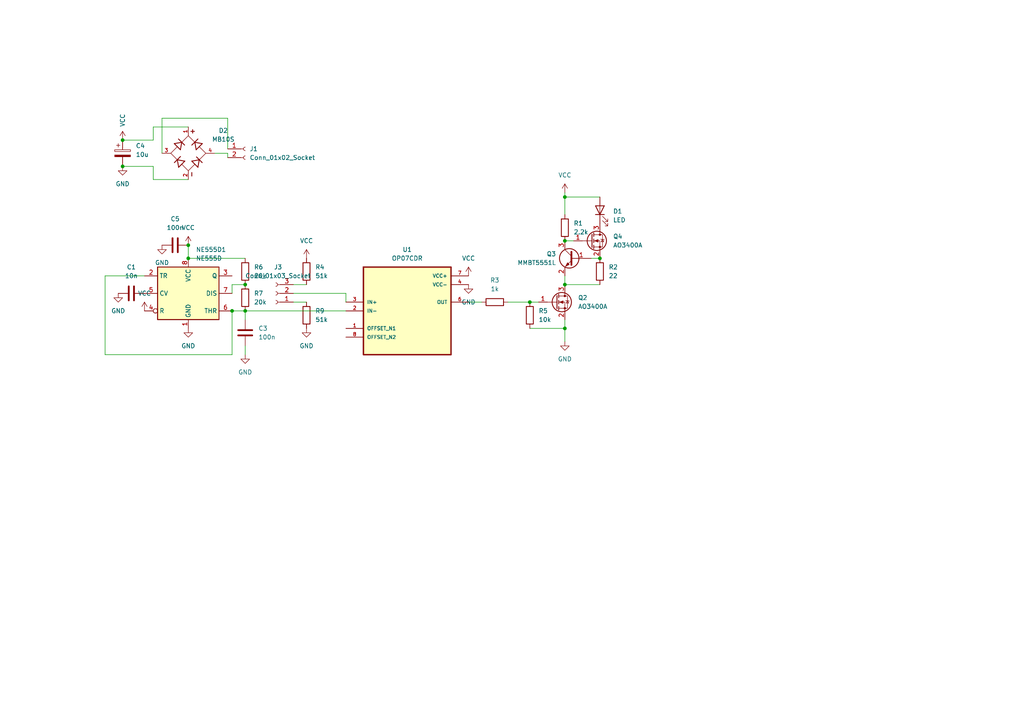
<source format=kicad_sch>
(kicad_sch (version 20230121) (generator eeschema)

  (uuid e6daf8f9-e8c7-4fc2-8e67-1d6b7683b0bc)

  (paper "A4")

  (lib_symbols
    (symbol "Connector:Conn_01x02_Socket" (pin_names (offset 1.016) hide) (in_bom yes) (on_board yes)
      (property "Reference" "J" (at 0 2.54 0)
        (effects (font (size 1.27 1.27)))
      )
      (property "Value" "Conn_01x02_Socket" (at 0 -5.08 0)
        (effects (font (size 1.27 1.27)))
      )
      (property "Footprint" "" (at 0 0 0)
        (effects (font (size 1.27 1.27)) hide)
      )
      (property "Datasheet" "~" (at 0 0 0)
        (effects (font (size 1.27 1.27)) hide)
      )
      (property "ki_locked" "" (at 0 0 0)
        (effects (font (size 1.27 1.27)))
      )
      (property "ki_keywords" "connector" (at 0 0 0)
        (effects (font (size 1.27 1.27)) hide)
      )
      (property "ki_description" "Generic connector, single row, 01x02, script generated" (at 0 0 0)
        (effects (font (size 1.27 1.27)) hide)
      )
      (property "ki_fp_filters" "Connector*:*_1x??_*" (at 0 0 0)
        (effects (font (size 1.27 1.27)) hide)
      )
      (symbol "Conn_01x02_Socket_1_1"
        (arc (start 0 -2.032) (mid -0.5058 -2.54) (end 0 -3.048)
          (stroke (width 0.1524) (type default))
          (fill (type none))
        )
        (polyline
          (pts
            (xy -1.27 -2.54)
            (xy -0.508 -2.54)
          )
          (stroke (width 0.1524) (type default))
          (fill (type none))
        )
        (polyline
          (pts
            (xy -1.27 0)
            (xy -0.508 0)
          )
          (stroke (width 0.1524) (type default))
          (fill (type none))
        )
        (arc (start 0 0.508) (mid -0.5058 0) (end 0 -0.508)
          (stroke (width 0.1524) (type default))
          (fill (type none))
        )
        (pin passive line (at -5.08 0 0) (length 3.81)
          (name "Pin_1" (effects (font (size 1.27 1.27))))
          (number "1" (effects (font (size 1.27 1.27))))
        )
        (pin passive line (at -5.08 -2.54 0) (length 3.81)
          (name "Pin_2" (effects (font (size 1.27 1.27))))
          (number "2" (effects (font (size 1.27 1.27))))
        )
      )
    )
    (symbol "Connector:Conn_01x03_Socket" (pin_names (offset 1.016) hide) (in_bom yes) (on_board yes)
      (property "Reference" "J" (at 0 5.08 0)
        (effects (font (size 1.27 1.27)))
      )
      (property "Value" "Conn_01x03_Socket" (at 0 -5.08 0)
        (effects (font (size 1.27 1.27)))
      )
      (property "Footprint" "" (at 0 0 0)
        (effects (font (size 1.27 1.27)) hide)
      )
      (property "Datasheet" "~" (at 0 0 0)
        (effects (font (size 1.27 1.27)) hide)
      )
      (property "ki_locked" "" (at 0 0 0)
        (effects (font (size 1.27 1.27)))
      )
      (property "ki_keywords" "connector" (at 0 0 0)
        (effects (font (size 1.27 1.27)) hide)
      )
      (property "ki_description" "Generic connector, single row, 01x03, script generated" (at 0 0 0)
        (effects (font (size 1.27 1.27)) hide)
      )
      (property "ki_fp_filters" "Connector*:*_1x??_*" (at 0 0 0)
        (effects (font (size 1.27 1.27)) hide)
      )
      (symbol "Conn_01x03_Socket_1_1"
        (arc (start 0 -2.032) (mid -0.5058 -2.54) (end 0 -3.048)
          (stroke (width 0.1524) (type default))
          (fill (type none))
        )
        (polyline
          (pts
            (xy -1.27 -2.54)
            (xy -0.508 -2.54)
          )
          (stroke (width 0.1524) (type default))
          (fill (type none))
        )
        (polyline
          (pts
            (xy -1.27 0)
            (xy -0.508 0)
          )
          (stroke (width 0.1524) (type default))
          (fill (type none))
        )
        (polyline
          (pts
            (xy -1.27 2.54)
            (xy -0.508 2.54)
          )
          (stroke (width 0.1524) (type default))
          (fill (type none))
        )
        (arc (start 0 0.508) (mid -0.5058 0) (end 0 -0.508)
          (stroke (width 0.1524) (type default))
          (fill (type none))
        )
        (arc (start 0 3.048) (mid -0.5058 2.54) (end 0 2.032)
          (stroke (width 0.1524) (type default))
          (fill (type none))
        )
        (pin passive line (at -5.08 2.54 0) (length 3.81)
          (name "Pin_1" (effects (font (size 1.27 1.27))))
          (number "1" (effects (font (size 1.27 1.27))))
        )
        (pin passive line (at -5.08 0 0) (length 3.81)
          (name "Pin_2" (effects (font (size 1.27 1.27))))
          (number "2" (effects (font (size 1.27 1.27))))
        )
        (pin passive line (at -5.08 -2.54 0) (length 3.81)
          (name "Pin_3" (effects (font (size 1.27 1.27))))
          (number "3" (effects (font (size 1.27 1.27))))
        )
      )
    )
    (symbol "Device:C" (pin_numbers hide) (pin_names (offset 0.254)) (in_bom yes) (on_board yes)
      (property "Reference" "C" (at 0.635 2.54 0)
        (effects (font (size 1.27 1.27)) (justify left))
      )
      (property "Value" "C" (at 0.635 -2.54 0)
        (effects (font (size 1.27 1.27)) (justify left))
      )
      (property "Footprint" "" (at 0.9652 -3.81 0)
        (effects (font (size 1.27 1.27)) hide)
      )
      (property "Datasheet" "~" (at 0 0 0)
        (effects (font (size 1.27 1.27)) hide)
      )
      (property "ki_keywords" "cap capacitor" (at 0 0 0)
        (effects (font (size 1.27 1.27)) hide)
      )
      (property "ki_description" "Unpolarized capacitor" (at 0 0 0)
        (effects (font (size 1.27 1.27)) hide)
      )
      (property "ki_fp_filters" "C_*" (at 0 0 0)
        (effects (font (size 1.27 1.27)) hide)
      )
      (symbol "C_0_1"
        (polyline
          (pts
            (xy -2.032 -0.762)
            (xy 2.032 -0.762)
          )
          (stroke (width 0.508) (type default))
          (fill (type none))
        )
        (polyline
          (pts
            (xy -2.032 0.762)
            (xy 2.032 0.762)
          )
          (stroke (width 0.508) (type default))
          (fill (type none))
        )
      )
      (symbol "C_1_1"
        (pin passive line (at 0 3.81 270) (length 2.794)
          (name "~" (effects (font (size 1.27 1.27))))
          (number "1" (effects (font (size 1.27 1.27))))
        )
        (pin passive line (at 0 -3.81 90) (length 2.794)
          (name "~" (effects (font (size 1.27 1.27))))
          (number "2" (effects (font (size 1.27 1.27))))
        )
      )
    )
    (symbol "Device:C_Polarized" (pin_numbers hide) (pin_names (offset 0.254)) (in_bom yes) (on_board yes)
      (property "Reference" "C" (at 0.635 2.54 0)
        (effects (font (size 1.27 1.27)) (justify left))
      )
      (property "Value" "C_Polarized" (at 0.635 -2.54 0)
        (effects (font (size 1.27 1.27)) (justify left))
      )
      (property "Footprint" "" (at 0.9652 -3.81 0)
        (effects (font (size 1.27 1.27)) hide)
      )
      (property "Datasheet" "~" (at 0 0 0)
        (effects (font (size 1.27 1.27)) hide)
      )
      (property "ki_keywords" "cap capacitor" (at 0 0 0)
        (effects (font (size 1.27 1.27)) hide)
      )
      (property "ki_description" "Polarized capacitor" (at 0 0 0)
        (effects (font (size 1.27 1.27)) hide)
      )
      (property "ki_fp_filters" "CP_*" (at 0 0 0)
        (effects (font (size 1.27 1.27)) hide)
      )
      (symbol "C_Polarized_0_1"
        (rectangle (start -2.286 0.508) (end 2.286 1.016)
          (stroke (width 0) (type default))
          (fill (type none))
        )
        (polyline
          (pts
            (xy -1.778 2.286)
            (xy -0.762 2.286)
          )
          (stroke (width 0) (type default))
          (fill (type none))
        )
        (polyline
          (pts
            (xy -1.27 2.794)
            (xy -1.27 1.778)
          )
          (stroke (width 0) (type default))
          (fill (type none))
        )
        (rectangle (start 2.286 -0.508) (end -2.286 -1.016)
          (stroke (width 0) (type default))
          (fill (type outline))
        )
      )
      (symbol "C_Polarized_1_1"
        (pin passive line (at 0 3.81 270) (length 2.794)
          (name "~" (effects (font (size 1.27 1.27))))
          (number "1" (effects (font (size 1.27 1.27))))
        )
        (pin passive line (at 0 -3.81 90) (length 2.794)
          (name "~" (effects (font (size 1.27 1.27))))
          (number "2" (effects (font (size 1.27 1.27))))
        )
      )
    )
    (symbol "Device:LED" (pin_numbers hide) (pin_names (offset 1.016) hide) (in_bom yes) (on_board yes)
      (property "Reference" "D" (at 0 2.54 0)
        (effects (font (size 1.27 1.27)))
      )
      (property "Value" "LED" (at 0 -2.54 0)
        (effects (font (size 1.27 1.27)))
      )
      (property "Footprint" "" (at 0 0 0)
        (effects (font (size 1.27 1.27)) hide)
      )
      (property "Datasheet" "~" (at 0 0 0)
        (effects (font (size 1.27 1.27)) hide)
      )
      (property "ki_keywords" "LED diode" (at 0 0 0)
        (effects (font (size 1.27 1.27)) hide)
      )
      (property "ki_description" "Light emitting diode" (at 0 0 0)
        (effects (font (size 1.27 1.27)) hide)
      )
      (property "ki_fp_filters" "LED* LED_SMD:* LED_THT:*" (at 0 0 0)
        (effects (font (size 1.27 1.27)) hide)
      )
      (symbol "LED_0_1"
        (polyline
          (pts
            (xy -1.27 -1.27)
            (xy -1.27 1.27)
          )
          (stroke (width 0.254) (type default))
          (fill (type none))
        )
        (polyline
          (pts
            (xy -1.27 0)
            (xy 1.27 0)
          )
          (stroke (width 0) (type default))
          (fill (type none))
        )
        (polyline
          (pts
            (xy 1.27 -1.27)
            (xy 1.27 1.27)
            (xy -1.27 0)
            (xy 1.27 -1.27)
          )
          (stroke (width 0.254) (type default))
          (fill (type none))
        )
        (polyline
          (pts
            (xy -3.048 -0.762)
            (xy -4.572 -2.286)
            (xy -3.81 -2.286)
            (xy -4.572 -2.286)
            (xy -4.572 -1.524)
          )
          (stroke (width 0) (type default))
          (fill (type none))
        )
        (polyline
          (pts
            (xy -1.778 -0.762)
            (xy -3.302 -2.286)
            (xy -2.54 -2.286)
            (xy -3.302 -2.286)
            (xy -3.302 -1.524)
          )
          (stroke (width 0) (type default))
          (fill (type none))
        )
      )
      (symbol "LED_1_1"
        (pin passive line (at -3.81 0 0) (length 2.54)
          (name "K" (effects (font (size 1.27 1.27))))
          (number "1" (effects (font (size 1.27 1.27))))
        )
        (pin passive line (at 3.81 0 180) (length 2.54)
          (name "A" (effects (font (size 1.27 1.27))))
          (number "2" (effects (font (size 1.27 1.27))))
        )
      )
    )
    (symbol "Device:R" (pin_numbers hide) (pin_names (offset 0)) (in_bom yes) (on_board yes)
      (property "Reference" "R" (at 2.032 0 90)
        (effects (font (size 1.27 1.27)))
      )
      (property "Value" "R" (at 0 0 90)
        (effects (font (size 1.27 1.27)))
      )
      (property "Footprint" "" (at -1.778 0 90)
        (effects (font (size 1.27 1.27)) hide)
      )
      (property "Datasheet" "~" (at 0 0 0)
        (effects (font (size 1.27 1.27)) hide)
      )
      (property "ki_keywords" "R res resistor" (at 0 0 0)
        (effects (font (size 1.27 1.27)) hide)
      )
      (property "ki_description" "Resistor" (at 0 0 0)
        (effects (font (size 1.27 1.27)) hide)
      )
      (property "ki_fp_filters" "R_*" (at 0 0 0)
        (effects (font (size 1.27 1.27)) hide)
      )
      (symbol "R_0_1"
        (rectangle (start -1.016 -2.54) (end 1.016 2.54)
          (stroke (width 0.254) (type default))
          (fill (type none))
        )
      )
      (symbol "R_1_1"
        (pin passive line (at 0 3.81 270) (length 1.27)
          (name "~" (effects (font (size 1.27 1.27))))
          (number "1" (effects (font (size 1.27 1.27))))
        )
        (pin passive line (at 0 -3.81 90) (length 1.27)
          (name "~" (effects (font (size 1.27 1.27))))
          (number "2" (effects (font (size 1.27 1.27))))
        )
      )
    )
    (symbol "MB10S_1" (pin_names (offset 1.016)) (in_bom yes) (on_board yes)
      (property "Reference" "D" (at 5.08 5.08 0)
        (effects (font (size 1.27 1.27)) (justify left bottom))
      )
      (property "Value" "MB10S" (at 5.08 -7.62 0)
        (effects (font (size 1.27 1.27)) (justify left bottom))
      )
      (property "Footprint" "MB10S:SOIC245P670X290-4N" (at 0 0 0)
        (effects (font (size 1.27 1.27)) (justify bottom) hide)
      )
      (property "Datasheet" "" (at 0 0 0)
        (effects (font (size 1.27 1.27)) hide)
      )
      (property "MF" "MDD" (at 0 0 0)
        (effects (font (size 1.27 1.27)) (justify bottom) hide)
      )
      (property "DESCRIPTION" "MB10S Series 0.5 A 1000 V Low Leakage SMT Bridge Rectifier - SOIC-4" (at 0 0 0)
        (effects (font (size 1.27 1.27)) (justify bottom) hide)
      )
      (property "PACKAGE" "SOIC-4 ON Semiconductor" (at 0 0 0)
        (effects (font (size 1.27 1.27)) (justify bottom) hide)
      )
      (property "PRICE" "None" (at 0 0 0)
        (effects (font (size 1.27 1.27)) (justify bottom) hide)
      )
      (property "Package" "None" (at 0 0 0)
        (effects (font (size 1.27 1.27)) (justify bottom) hide)
      )
      (property "Check_prices" "https://www.snapeda.com/parts/MB10S/MPD/view-part/?ref=eda" (at 0 0 0)
        (effects (font (size 1.27 1.27)) (justify bottom) hide)
      )
      (property "Price" "None" (at 0 0 0)
        (effects (font (size 1.27 1.27)) (justify bottom) hide)
      )
      (property "SnapEDA_Link" "https://www.snapeda.com/parts/MB10S/MPD/view-part/?ref=snap" (at 0 0 0)
        (effects (font (size 1.27 1.27)) (justify bottom) hide)
      )
      (property "MP" "MB10S" (at 0 0 0)
        (effects (font (size 1.27 1.27)) (justify bottom) hide)
      )
      (property "Purchase-URL" "https://www.snapeda.com/api/url_track_click_mouser/?unipart_id=6587055&manufacturer=MDD&part_name=MB10S&search_term=mb10s" (at 0 0 0)
        (effects (font (size 1.27 1.27)) (justify bottom) hide)
      )
      (property "Availability" "In Stock" (at 0 0 0)
        (effects (font (size 1.27 1.27)) (justify bottom) hide)
      )
      (property "AVAILABILITY" "Unavailable" (at 0 0 0)
        (effects (font (size 1.27 1.27)) (justify bottom) hide)
      )
      (property "Description" "\nBridge Rectifier Single Phase Standard 1 kV Surface Mount MBS\n" (at 0 0 0)
        (effects (font (size 1.27 1.27)) (justify bottom) hide)
      )
      (symbol "MB10S_1_0_0"
        (polyline
          (pts
            (xy -6.858 1.27)
            (xy -5.842 1.27)
          )
          (stroke (width 0.254) (type default))
          (fill (type none))
        )
        (polyline
          (pts
            (xy -6.35 0.762)
            (xy -6.35 1.778)
          )
          (stroke (width 0.254) (type default))
          (fill (type none))
        )
        (polyline
          (pts
            (xy -5.08 0)
            (xy -3.175 -1.905)
          )
          (stroke (width 0.1524) (type default))
          (fill (type none))
        )
        (polyline
          (pts
            (xy -3.175 -1.905)
            (xy -2.794 -4.064)
          )
          (stroke (width 0.254) (type default))
          (fill (type none))
        )
        (polyline
          (pts
            (xy -3.175 -1.905)
            (xy -1.016 -2.286)
          )
          (stroke (width 0.254) (type default))
          (fill (type none))
        )
        (polyline
          (pts
            (xy -3.175 1.905)
            (xy -5.08 0)
          )
          (stroke (width 0.1524) (type default))
          (fill (type none))
        )
        (polyline
          (pts
            (xy -3.175 1.905)
            (xy -2.794 4.064)
          )
          (stroke (width 0.254) (type default))
          (fill (type none))
        )
        (polyline
          (pts
            (xy -3.175 1.905)
            (xy -1.016 2.286)
          )
          (stroke (width 0.254) (type default))
          (fill (type none))
        )
        (polyline
          (pts
            (xy -2.3622 -1.0668)
            (xy -4.1402 -2.8448)
          )
          (stroke (width 0.254) (type default))
          (fill (type none))
        )
        (polyline
          (pts
            (xy -2.3622 1.016)
            (xy -4.1402 2.794)
          )
          (stroke (width 0.254) (type default))
          (fill (type none))
        )
        (polyline
          (pts
            (xy -1.016 -2.286)
            (xy -2.794 -4.064)
          )
          (stroke (width 0.254) (type default))
          (fill (type none))
        )
        (polyline
          (pts
            (xy -1.016 2.286)
            (xy -2.794 4.064)
          )
          (stroke (width 0.254) (type default))
          (fill (type none))
        )
        (polyline
          (pts
            (xy 0 -5.08)
            (xy -1.8034 -3.2766)
          )
          (stroke (width 0.1524) (type default))
          (fill (type none))
        )
        (polyline
          (pts
            (xy 0 -5.08)
            (xy 1.905 -3.175)
          )
          (stroke (width 0.1524) (type default))
          (fill (type none))
        )
        (polyline
          (pts
            (xy 0 5.08)
            (xy -1.8034 3.2766)
          )
          (stroke (width 0.1524) (type default))
          (fill (type none))
        )
        (polyline
          (pts
            (xy 1.905 -3.175)
            (xy 2.286 -1.016)
          )
          (stroke (width 0.254) (type default))
          (fill (type none))
        )
        (polyline
          (pts
            (xy 1.905 -3.175)
            (xy 4.064 -2.794)
          )
          (stroke (width 0.254) (type default))
          (fill (type none))
        )
        (polyline
          (pts
            (xy 1.905 3.175)
            (xy 0 5.08)
          )
          (stroke (width 0.1524) (type default))
          (fill (type none))
        )
        (polyline
          (pts
            (xy 1.905 3.175)
            (xy 2.286 1.016)
          )
          (stroke (width 0.254) (type default))
          (fill (type none))
        )
        (polyline
          (pts
            (xy 1.905 3.175)
            (xy 4.064 2.794)
          )
          (stroke (width 0.254) (type default))
          (fill (type none))
        )
        (polyline
          (pts
            (xy 2.7178 -4.0386)
            (xy 0.9398 -2.2606)
          )
          (stroke (width 0.254) (type default))
          (fill (type none))
        )
        (polyline
          (pts
            (xy 2.7178 4.0386)
            (xy 1.0668 2.3876)
          )
          (stroke (width 0.254) (type default))
          (fill (type none))
        )
        (polyline
          (pts
            (xy 3.2766 -1.8034)
            (xy 5.08 0)
          )
          (stroke (width 0.1524) (type default))
          (fill (type none))
        )
        (polyline
          (pts
            (xy 4.064 -2.794)
            (xy 2.286 -1.016)
          )
          (stroke (width 0.254) (type default))
          (fill (type none))
        )
        (polyline
          (pts
            (xy 4.064 2.794)
            (xy 2.286 1.016)
          )
          (stroke (width 0.254) (type default))
          (fill (type none))
        )
        (polyline
          (pts
            (xy 5.08 0)
            (xy 3.2766 1.8034)
          )
          (stroke (width 0.1524) (type default))
          (fill (type none))
        )
        (polyline
          (pts
            (xy 5.588 1.016)
            (xy 6.604 1.016)
          )
          (stroke (width 0.254) (type default))
          (fill (type none))
        )
        (pin passive line (at -7.62 0 0) (length 2.54)
          (name "~" (effects (font (size 1.016 1.016))))
          (number "1" (effects (font (size 1.016 1.016))))
        )
        (pin passive line (at 7.62 0 180) (length 2.54)
          (name "~" (effects (font (size 1.016 1.016))))
          (number "2" (effects (font (size 1.016 1.016))))
        )
        (pin passive line (at 0 -7.62 90) (length 2.54)
          (name "~" (effects (font (size 1.016 1.016))))
          (number "3" (effects (font (size 1.016 1.016))))
        )
        (pin passive line (at 0 7.62 270) (length 2.54)
          (name "~" (effects (font (size 1.016 1.016))))
          (number "4" (effects (font (size 1.016 1.016))))
        )
      )
    )
    (symbol "OP07CDR:OP07CDR" (pin_names (offset 1.016)) (in_bom yes) (on_board yes)
      (property "Reference" "U" (at -12.7 13.7 0)
        (effects (font (size 1.27 1.27)) (justify left bottom))
      )
      (property "Value" "OP07CDR" (at -12.7 -16.7 0)
        (effects (font (size 1.27 1.27)) (justify left bottom))
      )
      (property "Footprint" "OP07CDR:SOIC127P599X175-8N" (at 0 0 0)
        (effects (font (size 1.27 1.27)) (justify bottom) hide)
      )
      (property "Datasheet" "" (at 0 0 0)
        (effects (font (size 1.27 1.27)) hide)
      )
      (property "SnapEDA_Link" "https://www.snapeda.com/parts/OP07CDR/Texas+Instruments/view-part/?ref=snap" (at 0 0 0)
        (effects (font (size 1.27 1.27)) (justify bottom) hide)
      )
      (property "Description" "\nLow-offset voltage (0.25 mV) single operational amplifier\n" (at 0 0 0)
        (effects (font (size 1.27 1.27)) (justify bottom) hide)
      )
      (property "MF" "Texas Instruments" (at 0 0 0)
        (effects (font (size 1.27 1.27)) (justify bottom) hide)
      )
      (property "Package" "SOIC-8 Texas Instruments" (at 0 0 0)
        (effects (font (size 1.27 1.27)) (justify bottom) hide)
      )
      (property "Check_prices" "https://www.snapeda.com/parts/OP07CDR/Texas+Instruments/view-part/?ref=eda" (at 0 0 0)
        (effects (font (size 1.27 1.27)) (justify bottom) hide)
      )
      (property "MP" "OP07CDR" (at 0 0 0)
        (effects (font (size 1.27 1.27)) (justify bottom) hide)
      )
      (symbol "OP07CDR_0_0"
        (rectangle (start -12.7 -12.7) (end 12.7 12.7)
          (stroke (width 0.41) (type default))
          (fill (type background))
        )
        (pin bidirectional line (at -17.78 -5.08 0) (length 5.08)
          (name "OFFSET_N1" (effects (font (size 1.016 1.016))))
          (number "1" (effects (font (size 1.016 1.016))))
        )
        (pin input line (at -17.78 0 0) (length 5.08)
          (name "IN-" (effects (font (size 1.016 1.016))))
          (number "2" (effects (font (size 1.016 1.016))))
        )
        (pin input line (at -17.78 2.54 0) (length 5.08)
          (name "IN+" (effects (font (size 1.016 1.016))))
          (number "3" (effects (font (size 1.016 1.016))))
        )
        (pin power_in line (at 17.78 7.62 180) (length 5.08)
          (name "VCC-" (effects (font (size 1.016 1.016))))
          (number "4" (effects (font (size 1.016 1.016))))
        )
        (pin output line (at 17.78 2.54 180) (length 5.08)
          (name "OUT" (effects (font (size 1.016 1.016))))
          (number "6" (effects (font (size 1.016 1.016))))
        )
        (pin power_in line (at 17.78 10.16 180) (length 5.08)
          (name "VCC+" (effects (font (size 1.016 1.016))))
          (number "7" (effects (font (size 1.016 1.016))))
        )
        (pin bidirectional line (at -17.78 -7.62 0) (length 5.08)
          (name "OFFSET_N2" (effects (font (size 1.016 1.016))))
          (number "8" (effects (font (size 1.016 1.016))))
        )
      )
    )
    (symbol "Timer:NE555D" (in_bom yes) (on_board yes)
      (property "Reference" "U" (at -10.16 8.89 0)
        (effects (font (size 1.27 1.27)) (justify left))
      )
      (property "Value" "NE555D" (at 2.54 8.89 0)
        (effects (font (size 1.27 1.27)) (justify left))
      )
      (property "Footprint" "Package_SO:SOIC-8_3.9x4.9mm_P1.27mm" (at 21.59 -10.16 0)
        (effects (font (size 1.27 1.27)) hide)
      )
      (property "Datasheet" "http://www.ti.com/lit/ds/symlink/ne555.pdf" (at 21.59 -10.16 0)
        (effects (font (size 1.27 1.27)) hide)
      )
      (property "ki_keywords" "single timer 555" (at 0 0 0)
        (effects (font (size 1.27 1.27)) hide)
      )
      (property "ki_description" "Precision Timers, 555 compatible, SOIC-8" (at 0 0 0)
        (effects (font (size 1.27 1.27)) hide)
      )
      (property "ki_fp_filters" "SOIC*3.9x4.9mm*P1.27mm*" (at 0 0 0)
        (effects (font (size 1.27 1.27)) hide)
      )
      (symbol "NE555D_0_0"
        (pin power_in line (at 0 -10.16 90) (length 2.54)
          (name "GND" (effects (font (size 1.27 1.27))))
          (number "1" (effects (font (size 1.27 1.27))))
        )
        (pin power_in line (at 0 10.16 270) (length 2.54)
          (name "VCC" (effects (font (size 1.27 1.27))))
          (number "8" (effects (font (size 1.27 1.27))))
        )
      )
      (symbol "NE555D_0_1"
        (rectangle (start -8.89 -7.62) (end 8.89 7.62)
          (stroke (width 0.254) (type default))
          (fill (type background))
        )
        (rectangle (start -8.89 -7.62) (end 8.89 7.62)
          (stroke (width 0.254) (type default))
          (fill (type background))
        )
      )
      (symbol "NE555D_1_1"
        (pin input line (at -12.7 5.08 0) (length 3.81)
          (name "TR" (effects (font (size 1.27 1.27))))
          (number "2" (effects (font (size 1.27 1.27))))
        )
        (pin output line (at 12.7 5.08 180) (length 3.81)
          (name "Q" (effects (font (size 1.27 1.27))))
          (number "3" (effects (font (size 1.27 1.27))))
        )
        (pin input inverted (at -12.7 -5.08 0) (length 3.81)
          (name "R" (effects (font (size 1.27 1.27))))
          (number "4" (effects (font (size 1.27 1.27))))
        )
        (pin input line (at -12.7 0 0) (length 3.81)
          (name "CV" (effects (font (size 1.27 1.27))))
          (number "5" (effects (font (size 1.27 1.27))))
        )
        (pin input line (at 12.7 -5.08 180) (length 3.81)
          (name "THR" (effects (font (size 1.27 1.27))))
          (number "6" (effects (font (size 1.27 1.27))))
        )
        (pin input line (at 12.7 0 180) (length 3.81)
          (name "DIS" (effects (font (size 1.27 1.27))))
          (number "7" (effects (font (size 1.27 1.27))))
        )
      )
    )
    (symbol "Transistor_BJT:MMBT5551L" (pin_names (offset 0) hide) (in_bom yes) (on_board yes)
      (property "Reference" "Q" (at 5.08 1.905 0)
        (effects (font (size 1.27 1.27)) (justify left))
      )
      (property "Value" "MMBT5551L" (at 5.08 0 0)
        (effects (font (size 1.27 1.27)) (justify left))
      )
      (property "Footprint" "Package_TO_SOT_SMD:SOT-23" (at 5.08 -1.905 0)
        (effects (font (size 1.27 1.27) italic) (justify left) hide)
      )
      (property "Datasheet" "www.onsemi.com/pub/Collateral/MMBT5550LT1-D.PDF" (at 0 0 0)
        (effects (font (size 1.27 1.27)) (justify left) hide)
      )
      (property "ki_keywords" "NPN Transistor" (at 0 0 0)
        (effects (font (size 1.27 1.27)) hide)
      )
      (property "ki_description" "0.6A Ic, 160V Vce, NPN Transistor, SOT-23" (at 0 0 0)
        (effects (font (size 1.27 1.27)) hide)
      )
      (property "ki_fp_filters" "SOT?23*" (at 0 0 0)
        (effects (font (size 1.27 1.27)) hide)
      )
      (symbol "MMBT5551L_0_1"
        (polyline
          (pts
            (xy 0.635 0.635)
            (xy 2.54 2.54)
          )
          (stroke (width 0) (type default))
          (fill (type none))
        )
        (polyline
          (pts
            (xy 0.635 -0.635)
            (xy 2.54 -2.54)
            (xy 2.54 -2.54)
          )
          (stroke (width 0) (type default))
          (fill (type none))
        )
        (polyline
          (pts
            (xy 0.635 1.905)
            (xy 0.635 -1.905)
            (xy 0.635 -1.905)
          )
          (stroke (width 0.508) (type default))
          (fill (type none))
        )
        (polyline
          (pts
            (xy 1.27 -1.778)
            (xy 1.778 -1.27)
            (xy 2.286 -2.286)
            (xy 1.27 -1.778)
            (xy 1.27 -1.778)
          )
          (stroke (width 0) (type default))
          (fill (type outline))
        )
        (circle (center 1.27 0) (radius 2.8194)
          (stroke (width 0.254) (type default))
          (fill (type none))
        )
      )
      (symbol "MMBT5551L_1_1"
        (pin input line (at -5.08 0 0) (length 5.715)
          (name "B" (effects (font (size 1.27 1.27))))
          (number "1" (effects (font (size 1.27 1.27))))
        )
        (pin passive line (at 2.54 -5.08 90) (length 2.54)
          (name "E" (effects (font (size 1.27 1.27))))
          (number "2" (effects (font (size 1.27 1.27))))
        )
        (pin passive line (at 2.54 5.08 270) (length 2.54)
          (name "C" (effects (font (size 1.27 1.27))))
          (number "3" (effects (font (size 1.27 1.27))))
        )
      )
    )
    (symbol "Transistor_FET:AO3400A" (pin_names hide) (in_bom yes) (on_board yes)
      (property "Reference" "Q" (at 5.08 1.905 0)
        (effects (font (size 1.27 1.27)) (justify left))
      )
      (property "Value" "AO3400A" (at 5.08 0 0)
        (effects (font (size 1.27 1.27)) (justify left))
      )
      (property "Footprint" "Package_TO_SOT_SMD:SOT-23" (at 5.08 -1.905 0)
        (effects (font (size 1.27 1.27) italic) (justify left) hide)
      )
      (property "Datasheet" "http://www.aosmd.com/pdfs/datasheet/AO3400A.pdf" (at 0 0 0)
        (effects (font (size 1.27 1.27)) (justify left) hide)
      )
      (property "ki_keywords" "N-Channel MOSFET" (at 0 0 0)
        (effects (font (size 1.27 1.27)) hide)
      )
      (property "ki_description" "30V Vds, 5.7A Id, N-Channel MOSFET, SOT-23" (at 0 0 0)
        (effects (font (size 1.27 1.27)) hide)
      )
      (property "ki_fp_filters" "SOT?23*" (at 0 0 0)
        (effects (font (size 1.27 1.27)) hide)
      )
      (symbol "AO3400A_0_1"
        (polyline
          (pts
            (xy 0.254 0)
            (xy -2.54 0)
          )
          (stroke (width 0) (type default))
          (fill (type none))
        )
        (polyline
          (pts
            (xy 0.254 1.905)
            (xy 0.254 -1.905)
          )
          (stroke (width 0.254) (type default))
          (fill (type none))
        )
        (polyline
          (pts
            (xy 0.762 -1.27)
            (xy 0.762 -2.286)
          )
          (stroke (width 0.254) (type default))
          (fill (type none))
        )
        (polyline
          (pts
            (xy 0.762 0.508)
            (xy 0.762 -0.508)
          )
          (stroke (width 0.254) (type default))
          (fill (type none))
        )
        (polyline
          (pts
            (xy 0.762 2.286)
            (xy 0.762 1.27)
          )
          (stroke (width 0.254) (type default))
          (fill (type none))
        )
        (polyline
          (pts
            (xy 2.54 2.54)
            (xy 2.54 1.778)
          )
          (stroke (width 0) (type default))
          (fill (type none))
        )
        (polyline
          (pts
            (xy 2.54 -2.54)
            (xy 2.54 0)
            (xy 0.762 0)
          )
          (stroke (width 0) (type default))
          (fill (type none))
        )
        (polyline
          (pts
            (xy 0.762 -1.778)
            (xy 3.302 -1.778)
            (xy 3.302 1.778)
            (xy 0.762 1.778)
          )
          (stroke (width 0) (type default))
          (fill (type none))
        )
        (polyline
          (pts
            (xy 1.016 0)
            (xy 2.032 0.381)
            (xy 2.032 -0.381)
            (xy 1.016 0)
          )
          (stroke (width 0) (type default))
          (fill (type outline))
        )
        (polyline
          (pts
            (xy 2.794 0.508)
            (xy 2.921 0.381)
            (xy 3.683 0.381)
            (xy 3.81 0.254)
          )
          (stroke (width 0) (type default))
          (fill (type none))
        )
        (polyline
          (pts
            (xy 3.302 0.381)
            (xy 2.921 -0.254)
            (xy 3.683 -0.254)
            (xy 3.302 0.381)
          )
          (stroke (width 0) (type default))
          (fill (type none))
        )
        (circle (center 1.651 0) (radius 2.794)
          (stroke (width 0.254) (type default))
          (fill (type none))
        )
        (circle (center 2.54 -1.778) (radius 0.254)
          (stroke (width 0) (type default))
          (fill (type outline))
        )
        (circle (center 2.54 1.778) (radius 0.254)
          (stroke (width 0) (type default))
          (fill (type outline))
        )
      )
      (symbol "AO3400A_1_1"
        (pin input line (at -5.08 0 0) (length 2.54)
          (name "G" (effects (font (size 1.27 1.27))))
          (number "1" (effects (font (size 1.27 1.27))))
        )
        (pin passive line (at 2.54 -5.08 90) (length 2.54)
          (name "S" (effects (font (size 1.27 1.27))))
          (number "2" (effects (font (size 1.27 1.27))))
        )
        (pin passive line (at 2.54 5.08 270) (length 2.54)
          (name "D" (effects (font (size 1.27 1.27))))
          (number "3" (effects (font (size 1.27 1.27))))
        )
      )
    )
    (symbol "power:GND" (power) (pin_names (offset 0)) (in_bom yes) (on_board yes)
      (property "Reference" "#PWR" (at 0 -6.35 0)
        (effects (font (size 1.27 1.27)) hide)
      )
      (property "Value" "GND" (at 0 -3.81 0)
        (effects (font (size 1.27 1.27)))
      )
      (property "Footprint" "" (at 0 0 0)
        (effects (font (size 1.27 1.27)) hide)
      )
      (property "Datasheet" "" (at 0 0 0)
        (effects (font (size 1.27 1.27)) hide)
      )
      (property "ki_keywords" "global power" (at 0 0 0)
        (effects (font (size 1.27 1.27)) hide)
      )
      (property "ki_description" "Power symbol creates a global label with name \"GND\" , ground" (at 0 0 0)
        (effects (font (size 1.27 1.27)) hide)
      )
      (symbol "GND_0_1"
        (polyline
          (pts
            (xy 0 0)
            (xy 0 -1.27)
            (xy 1.27 -1.27)
            (xy 0 -2.54)
            (xy -1.27 -1.27)
            (xy 0 -1.27)
          )
          (stroke (width 0) (type default))
          (fill (type none))
        )
      )
      (symbol "GND_1_1"
        (pin power_in line (at 0 0 270) (length 0) hide
          (name "GND" (effects (font (size 1.27 1.27))))
          (number "1" (effects (font (size 1.27 1.27))))
        )
      )
    )
    (symbol "power:VCC" (power) (pin_names (offset 0)) (in_bom yes) (on_board yes)
      (property "Reference" "#PWR" (at 0 -3.81 0)
        (effects (font (size 1.27 1.27)) hide)
      )
      (property "Value" "VCC" (at 0 3.81 0)
        (effects (font (size 1.27 1.27)))
      )
      (property "Footprint" "" (at 0 0 0)
        (effects (font (size 1.27 1.27)) hide)
      )
      (property "Datasheet" "" (at 0 0 0)
        (effects (font (size 1.27 1.27)) hide)
      )
      (property "ki_keywords" "global power" (at 0 0 0)
        (effects (font (size 1.27 1.27)) hide)
      )
      (property "ki_description" "Power symbol creates a global label with name \"VCC\"" (at 0 0 0)
        (effects (font (size 1.27 1.27)) hide)
      )
      (symbol "VCC_0_1"
        (polyline
          (pts
            (xy -0.762 1.27)
            (xy 0 2.54)
          )
          (stroke (width 0) (type default))
          (fill (type none))
        )
        (polyline
          (pts
            (xy 0 0)
            (xy 0 2.54)
          )
          (stroke (width 0) (type default))
          (fill (type none))
        )
        (polyline
          (pts
            (xy 0 2.54)
            (xy 0.762 1.27)
          )
          (stroke (width 0) (type default))
          (fill (type none))
        )
      )
      (symbol "VCC_1_1"
        (pin power_in line (at 0 0 90) (length 0) hide
          (name "VCC" (effects (font (size 1.27 1.27))))
          (number "1" (effects (font (size 1.27 1.27))))
        )
      )
    )
  )

  (junction (at 173.99 74.93) (diameter 0) (color 0 0 0 0)
    (uuid 0580b52d-4b78-4695-a697-995fc5d101e9)
  )
  (junction (at 67.31 90.17) (diameter 0) (color 0 0 0 0)
    (uuid 1301c325-b5f1-4094-972f-542b8b0c2960)
  )
  (junction (at 71.12 90.17) (diameter 0) (color 0 0 0 0)
    (uuid 1d6abf61-e841-448a-b251-721d60a9aefd)
  )
  (junction (at 54.61 71.12) (diameter 0) (color 0 0 0 0)
    (uuid 2f5918ba-c517-47f8-ad67-77e1a3958014)
  )
  (junction (at 54.61 74.93) (diameter 0) (color 0 0 0 0)
    (uuid 38227d15-8f37-4730-b0be-81a7fef1739a)
  )
  (junction (at 35.56 48.26) (diameter 0) (color 0 0 0 0)
    (uuid 4d395139-ffae-4b71-bd15-0039ccdc85e0)
  )
  (junction (at 163.83 95.25) (diameter 0) (color 0 0 0 0)
    (uuid 579b20d3-3967-4a54-bb65-9f15dcef75b5)
  )
  (junction (at 163.83 69.85) (diameter 0) (color 0 0 0 0)
    (uuid 816c97ee-9b5d-4e9e-a616-de13c8f3ca8e)
  )
  (junction (at 163.83 57.15) (diameter 0) (color 0 0 0 0)
    (uuid 8c67a08d-43a1-4752-a2c5-2164e1625ee6)
  )
  (junction (at 35.56 40.64) (diameter 0) (color 0 0 0 0)
    (uuid a45dd869-25e4-4f4b-8de9-071efb4e18dc)
  )
  (junction (at 153.67 87.63) (diameter 0) (color 0 0 0 0)
    (uuid b04c4cb3-0203-496f-86ef-779d7ab9dbe2)
  )
  (junction (at 71.12 82.55) (diameter 0) (color 0 0 0 0)
    (uuid b2671aad-038b-4d12-9711-44f18c27c991)
  )
  (junction (at 163.83 82.55) (diameter 0) (color 0 0 0 0)
    (uuid ff7e6060-8fe2-4a45-ad4c-bc550f926a71)
  )

  (wire (pts (xy 163.83 55.88) (xy 163.83 57.15))
    (stroke (width 0) (type default))
    (uuid 01163c60-b04e-4690-831b-c2be5642f476)
  )
  (wire (pts (xy 44.45 52.07) (xy 44.45 48.26))
    (stroke (width 0) (type default))
    (uuid 063b375f-0d51-4b0c-b573-4913e096b88b)
  )
  (wire (pts (xy 54.61 74.93) (xy 71.12 74.93))
    (stroke (width 0) (type default))
    (uuid 0757a306-bb47-46c3-a2c8-b811f3f74b92)
  )
  (wire (pts (xy 66.04 44.45) (xy 66.04 45.72))
    (stroke (width 0) (type default))
    (uuid 0ee439c4-41d7-4c7c-842f-5d6547177e1f)
  )
  (wire (pts (xy 54.61 71.12) (xy 54.61 74.93))
    (stroke (width 0) (type default))
    (uuid 153d6c6f-ccb8-4f3c-92a0-ac6dd5e042c5)
  )
  (wire (pts (xy 54.61 52.07) (xy 44.45 52.07))
    (stroke (width 0) (type default))
    (uuid 1582a674-2291-4f7f-a875-4ed4aa2ac88b)
  )
  (wire (pts (xy 71.12 92.71) (xy 71.12 90.17))
    (stroke (width 0) (type default))
    (uuid 191e2e02-1795-48d6-8f06-2b60fc4190da)
  )
  (wire (pts (xy 153.67 87.63) (xy 147.32 87.63))
    (stroke (width 0) (type default))
    (uuid 1f8a70e2-4af4-41ba-98ce-0dc2a679b1f3)
  )
  (wire (pts (xy 71.12 102.87) (xy 71.12 100.33))
    (stroke (width 0) (type default))
    (uuid 343ead2d-7a63-4781-9d49-e4b6b9d38184)
  )
  (wire (pts (xy 54.61 36.83) (xy 44.45 36.83))
    (stroke (width 0) (type default))
    (uuid 3fff7e7a-57b8-41ae-8442-a28b9106b041)
  )
  (wire (pts (xy 41.91 80.01) (xy 30.48 80.01))
    (stroke (width 0) (type default))
    (uuid 4fa3b250-4cbc-4e1b-9a26-b91d10a07134)
  )
  (wire (pts (xy 44.45 36.83) (xy 44.45 40.64))
    (stroke (width 0) (type default))
    (uuid 50f6bbb3-5f6a-433a-b677-007a1e84d204)
  )
  (wire (pts (xy 66.04 34.29) (xy 66.04 43.18))
    (stroke (width 0) (type default))
    (uuid 518c2148-11da-4e7f-89d0-7ffb75a77e5f)
  )
  (wire (pts (xy 71.12 90.17) (xy 100.33 90.17))
    (stroke (width 0) (type default))
    (uuid 55a38655-e182-4cdf-9576-bc61791a6fc8)
  )
  (wire (pts (xy 85.09 82.55) (xy 88.9 82.55))
    (stroke (width 0) (type default))
    (uuid 6482b971-c410-46bf-9eea-fb37bbad3011)
  )
  (wire (pts (xy 139.7 87.63) (xy 135.89 87.63))
    (stroke (width 0) (type default))
    (uuid 6dcee481-1039-4383-b71d-4b995a1e9fc4)
  )
  (wire (pts (xy 171.45 74.93) (xy 173.99 74.93))
    (stroke (width 0) (type default))
    (uuid 6ed4ccd0-fa72-4fdb-9f62-7700d425ab63)
  )
  (wire (pts (xy 30.48 80.01) (xy 30.48 102.87))
    (stroke (width 0) (type default))
    (uuid 6f3d20c5-6cb5-4567-a217-f3f00c37e341)
  )
  (wire (pts (xy 163.83 57.15) (xy 173.99 57.15))
    (stroke (width 0) (type default))
    (uuid 752ff572-7399-4bd2-9ce0-1a17de0c8a73)
  )
  (wire (pts (xy 62.23 44.45) (xy 66.04 44.45))
    (stroke (width 0) (type default))
    (uuid 77739be8-f32f-4ab9-b066-2d79876e178a)
  )
  (wire (pts (xy 46.99 34.29) (xy 66.04 34.29))
    (stroke (width 0) (type default))
    (uuid 90cc5f25-9583-4f6d-8ee4-ba1ed55f43d7)
  )
  (wire (pts (xy 67.31 102.87) (xy 67.31 90.17))
    (stroke (width 0) (type default))
    (uuid 98184a34-1d1d-499f-9cdc-dc5c5051607a)
  )
  (wire (pts (xy 67.31 82.55) (xy 71.12 82.55))
    (stroke (width 0) (type default))
    (uuid a2df1c50-7f65-4a87-8af3-1bd69afe0a6a)
  )
  (wire (pts (xy 67.31 90.17) (xy 71.12 90.17))
    (stroke (width 0) (type default))
    (uuid ae5dfdab-a4b0-48de-b192-636a3c25ad09)
  )
  (wire (pts (xy 46.99 44.45) (xy 46.99 34.29))
    (stroke (width 0) (type default))
    (uuid b53eb5bf-bb92-4fd5-9e68-e271f5abb458)
  )
  (wire (pts (xy 163.83 95.25) (xy 163.83 99.06))
    (stroke (width 0) (type default))
    (uuid b62f578d-ca64-4ee7-b3a6-c160d5b68e80)
  )
  (wire (pts (xy 30.48 102.87) (xy 67.31 102.87))
    (stroke (width 0) (type default))
    (uuid b6bb83fb-56bf-435d-b8f4-9f094d1201ec)
  )
  (wire (pts (xy 44.45 40.64) (xy 35.56 40.64))
    (stroke (width 0) (type default))
    (uuid bb5b0ed0-1aca-49de-b279-ffe00451bcd4)
  )
  (wire (pts (xy 166.37 69.85) (xy 163.83 69.85))
    (stroke (width 0) (type default))
    (uuid bd59ea4c-ba3d-453e-b3a1-03ab157ed8ba)
  )
  (wire (pts (xy 85.09 87.63) (xy 88.9 87.63))
    (stroke (width 0) (type default))
    (uuid c19305d6-7f92-4d0a-9ca7-f13c7294ac04)
  )
  (wire (pts (xy 163.83 62.23) (xy 163.83 57.15))
    (stroke (width 0) (type default))
    (uuid c1ab2746-b404-423d-95d3-a1b0d85e9736)
  )
  (wire (pts (xy 156.21 87.63) (xy 153.67 87.63))
    (stroke (width 0) (type default))
    (uuid cd2ba42c-3172-4cc4-90a6-3b7a9684d532)
  )
  (wire (pts (xy 153.67 95.25) (xy 163.83 95.25))
    (stroke (width 0) (type default))
    (uuid d21bbca8-b329-4f8d-9332-ea7e831b1b93)
  )
  (wire (pts (xy 173.99 82.55) (xy 163.83 82.55))
    (stroke (width 0) (type default))
    (uuid d8a1b594-3ff5-4c83-a195-909cf1dc3143)
  )
  (wire (pts (xy 67.31 82.55) (xy 67.31 85.09))
    (stroke (width 0) (type default))
    (uuid dd74c286-587d-49a4-8c6f-01af6e274983)
  )
  (wire (pts (xy 44.45 48.26) (xy 35.56 48.26))
    (stroke (width 0) (type default))
    (uuid e1ae9b3d-a5f0-4f48-a88d-00da267c50b2)
  )
  (wire (pts (xy 163.83 92.71) (xy 163.83 95.25))
    (stroke (width 0) (type default))
    (uuid e880ec4f-be87-46db-bdcf-5b7f902bfd41)
  )
  (wire (pts (xy 163.83 80.01) (xy 163.83 82.55))
    (stroke (width 0) (type default))
    (uuid eceb2bdd-e86f-4440-a18c-b46f82c62de0)
  )
  (wire (pts (xy 100.33 85.09) (xy 100.33 87.63))
    (stroke (width 0) (type default))
    (uuid f216ae81-e5a0-4448-b6d7-169c1da2d6da)
  )
  (wire (pts (xy 85.09 85.09) (xy 100.33 85.09))
    (stroke (width 0) (type default))
    (uuid f21dcc7b-8232-4951-92d0-1a944f5002e1)
  )

  (symbol (lib_id "power:VCC") (at 88.9 74.93 0) (unit 1)
    (in_bom yes) (on_board yes) (dnp no) (fields_autoplaced)
    (uuid 15d2e457-3118-4c4b-8884-cf678cf7281b)
    (property "Reference" "#PWR011" (at 88.9 78.74 0)
      (effects (font (size 1.27 1.27)) hide)
    )
    (property "Value" "VCC" (at 88.9 69.85 0)
      (effects (font (size 1.27 1.27)))
    )
    (property "Footprint" "" (at 88.9 74.93 0)
      (effects (font (size 1.27 1.27)) hide)
    )
    (property "Datasheet" "" (at 88.9 74.93 0)
      (effects (font (size 1.27 1.27)) hide)
    )
    (pin "1" (uuid f4c61b61-efd6-4b32-9684-d1f62a7fad8e))
    (instances
      (project "microscope"
        (path "/e6daf8f9-e8c7-4fc2-8e67-1d6b7683b0bc"
          (reference "#PWR011") (unit 1)
        )
      )
    )
  )

  (symbol (lib_id "power:GND") (at 46.99 71.12 0) (unit 1)
    (in_bom yes) (on_board yes) (dnp no) (fields_autoplaced)
    (uuid 254d9e1f-e7fa-4b80-b138-c45b8728bfa0)
    (property "Reference" "#PWR014" (at 46.99 77.47 0)
      (effects (font (size 1.27 1.27)) hide)
    )
    (property "Value" "GND" (at 46.99 76.2 0)
      (effects (font (size 1.27 1.27)))
    )
    (property "Footprint" "" (at 46.99 71.12 0)
      (effects (font (size 1.27 1.27)) hide)
    )
    (property "Datasheet" "" (at 46.99 71.12 0)
      (effects (font (size 1.27 1.27)) hide)
    )
    (pin "1" (uuid d87c5787-09af-45a3-86c4-af70e4671cc2))
    (instances
      (project "microscope"
        (path "/e6daf8f9-e8c7-4fc2-8e67-1d6b7683b0bc"
          (reference "#PWR014") (unit 1)
        )
      )
    )
  )

  (symbol (lib_id "power:VCC") (at 54.61 71.12 0) (unit 1)
    (in_bom yes) (on_board yes) (dnp no) (fields_autoplaced)
    (uuid 26157375-eee4-4b4d-9303-3c20f4ee4d9a)
    (property "Reference" "#PWR01" (at 54.61 74.93 0)
      (effects (font (size 1.27 1.27)) hide)
    )
    (property "Value" "VCC" (at 54.61 66.04 0)
      (effects (font (size 1.27 1.27)))
    )
    (property "Footprint" "" (at 54.61 71.12 0)
      (effects (font (size 1.27 1.27)) hide)
    )
    (property "Datasheet" "" (at 54.61 71.12 0)
      (effects (font (size 1.27 1.27)) hide)
    )
    (pin "1" (uuid 75ca3b96-26ea-4d10-bd6d-acefe402a238))
    (instances
      (project "microscope"
        (path "/e6daf8f9-e8c7-4fc2-8e67-1d6b7683b0bc"
          (reference "#PWR01") (unit 1)
        )
      )
    )
  )

  (symbol (lib_id "Device:R") (at 88.9 91.44 0) (unit 1)
    (in_bom yes) (on_board yes) (dnp no) (fields_autoplaced)
    (uuid 35a7251b-a8fa-486e-aa4e-57d1abd7d5a5)
    (property "Reference" "R9" (at 91.44 90.17 0)
      (effects (font (size 1.27 1.27)) (justify left))
    )
    (property "Value" "51k" (at 91.44 92.71 0)
      (effects (font (size 1.27 1.27)) (justify left))
    )
    (property "Footprint" "Resistor_SMD:R_0603_1608Metric" (at 87.122 91.44 90)
      (effects (font (size 1.27 1.27)) hide)
    )
    (property "Datasheet" "~" (at 88.9 91.44 0)
      (effects (font (size 1.27 1.27)) hide)
    )
    (pin "1" (uuid aaf051f7-727f-4d55-90f1-eb874324181e))
    (pin "2" (uuid 1cc496f9-cdba-4b65-b1fb-313ef216257c))
    (instances
      (project "microscope"
        (path "/e6daf8f9-e8c7-4fc2-8e67-1d6b7683b0bc"
          (reference "R9") (unit 1)
        )
      )
    )
  )

  (symbol (lib_id "power:GND") (at 135.89 82.55 0) (unit 1)
    (in_bom yes) (on_board yes) (dnp no) (fields_autoplaced)
    (uuid 3aef734f-f04c-4960-b13f-862e5613d7fb)
    (property "Reference" "#PWR013" (at 135.89 88.9 0)
      (effects (font (size 1.27 1.27)) hide)
    )
    (property "Value" "GND" (at 135.89 87.63 0)
      (effects (font (size 1.27 1.27)))
    )
    (property "Footprint" "" (at 135.89 82.55 0)
      (effects (font (size 1.27 1.27)) hide)
    )
    (property "Datasheet" "" (at 135.89 82.55 0)
      (effects (font (size 1.27 1.27)) hide)
    )
    (pin "1" (uuid 089bd3bf-ba59-479d-a97b-a921f9f33134))
    (instances
      (project "microscope"
        (path "/e6daf8f9-e8c7-4fc2-8e67-1d6b7683b0bc"
          (reference "#PWR013") (unit 1)
        )
      )
    )
  )

  (symbol (lib_id "Device:C") (at 50.8 71.12 270) (unit 1)
    (in_bom yes) (on_board yes) (dnp no) (fields_autoplaced)
    (uuid 4436dff2-0e2a-4275-9d21-a934492413c2)
    (property "Reference" "C5" (at 50.8 63.5 90)
      (effects (font (size 1.27 1.27)))
    )
    (property "Value" "100n" (at 50.8 66.04 90)
      (effects (font (size 1.27 1.27)))
    )
    (property "Footprint" "Capacitor_SMD:C_0603_1608Metric" (at 46.99 72.0852 0)
      (effects (font (size 1.27 1.27)) hide)
    )
    (property "Datasheet" "~" (at 50.8 71.12 0)
      (effects (font (size 1.27 1.27)) hide)
    )
    (pin "1" (uuid 49734b43-3e41-4739-a05c-8b4470dbdd4f))
    (pin "2" (uuid 593521c3-9bdb-45f9-940d-1bba860fe347))
    (instances
      (project "microscope"
        (path "/e6daf8f9-e8c7-4fc2-8e67-1d6b7683b0bc"
          (reference "C5") (unit 1)
        )
      )
    )
  )

  (symbol (lib_id "Transistor_FET:AO3400A") (at 161.29 87.63 0) (unit 1)
    (in_bom yes) (on_board yes) (dnp no) (fields_autoplaced)
    (uuid 46781191-05d0-4cbb-a4e7-748bb03a91e7)
    (property "Reference" "Q2" (at 167.64 86.36 0)
      (effects (font (size 1.27 1.27)) (justify left))
    )
    (property "Value" "AO3400A" (at 167.64 88.9 0)
      (effects (font (size 1.27 1.27)) (justify left))
    )
    (property "Footprint" "Package_TO_SOT_SMD:SOT-23" (at 166.37 89.535 0)
      (effects (font (size 1.27 1.27) italic) (justify left) hide)
    )
    (property "Datasheet" "http://www.aosmd.com/pdfs/datasheet/AO3400A.pdf" (at 161.29 87.63 0)
      (effects (font (size 1.27 1.27)) (justify left) hide)
    )
    (pin "1" (uuid 86642a88-390a-41ce-a450-ac4f368e2c4a))
    (pin "2" (uuid 5e393dfc-14f3-4fce-9d44-40aebdf81294))
    (pin "3" (uuid 9c16516d-696e-4bcc-b351-70724b33fea9))
    (instances
      (project "microscope"
        (path "/e6daf8f9-e8c7-4fc2-8e67-1d6b7683b0bc"
          (reference "Q2") (unit 1)
        )
      )
    )
  )

  (symbol (lib_id "power:VCC") (at 163.83 55.88 0) (unit 1)
    (in_bom yes) (on_board yes) (dnp no) (fields_autoplaced)
    (uuid 4f3c653d-c16e-4879-891d-43f6703a9738)
    (property "Reference" "#PWR08" (at 163.83 59.69 0)
      (effects (font (size 1.27 1.27)) hide)
    )
    (property "Value" "VCC" (at 163.83 50.8 0)
      (effects (font (size 1.27 1.27)))
    )
    (property "Footprint" "" (at 163.83 55.88 0)
      (effects (font (size 1.27 1.27)) hide)
    )
    (property "Datasheet" "" (at 163.83 55.88 0)
      (effects (font (size 1.27 1.27)) hide)
    )
    (pin "1" (uuid 441a311c-18b7-4b88-84e9-7aefd7b2daf6))
    (instances
      (project "microscope"
        (path "/e6daf8f9-e8c7-4fc2-8e67-1d6b7683b0bc"
          (reference "#PWR08") (unit 1)
        )
      )
    )
  )

  (symbol (lib_id "Device:R") (at 71.12 78.74 0) (unit 1)
    (in_bom yes) (on_board yes) (dnp no) (fields_autoplaced)
    (uuid 50fd7bf2-c57a-4cba-9a29-7463d1e90ed7)
    (property "Reference" "R6" (at 73.66 77.47 0)
      (effects (font (size 1.27 1.27)) (justify left))
    )
    (property "Value" "20k" (at 73.66 80.01 0)
      (effects (font (size 1.27 1.27)) (justify left))
    )
    (property "Footprint" "Resistor_SMD:R_0603_1608Metric" (at 69.342 78.74 90)
      (effects (font (size 1.27 1.27)) hide)
    )
    (property "Datasheet" "~" (at 71.12 78.74 0)
      (effects (font (size 1.27 1.27)) hide)
    )
    (pin "1" (uuid b971519b-de5d-46c9-a966-3df37173cb3f))
    (pin "2" (uuid 5ac95028-051d-4bb6-9402-b9378bea0e44))
    (instances
      (project "microscope"
        (path "/e6daf8f9-e8c7-4fc2-8e67-1d6b7683b0bc"
          (reference "R6") (unit 1)
        )
      )
    )
  )

  (symbol (lib_id "Device:R") (at 173.99 78.74 0) (unit 1)
    (in_bom yes) (on_board yes) (dnp no) (fields_autoplaced)
    (uuid 5114a0f0-0511-4299-8cb5-b3d371eeb143)
    (property "Reference" "R2" (at 176.53 77.47 0)
      (effects (font (size 1.27 1.27)) (justify left))
    )
    (property "Value" "22" (at 176.53 80.01 0)
      (effects (font (size 1.27 1.27)) (justify left))
    )
    (property "Footprint" "Resistor_SMD:R_1206_3216Metric" (at 172.212 78.74 90)
      (effects (font (size 1.27 1.27)) hide)
    )
    (property "Datasheet" "~" (at 173.99 78.74 0)
      (effects (font (size 1.27 1.27)) hide)
    )
    (pin "1" (uuid bbf561a1-d841-4365-8a77-cda1deea27d7))
    (pin "2" (uuid 5f9b1fc4-b44e-4893-9384-fb5c18550999))
    (instances
      (project "microscope"
        (path "/e6daf8f9-e8c7-4fc2-8e67-1d6b7683b0bc"
          (reference "R2") (unit 1)
        )
      )
    )
  )

  (symbol (lib_id "Device:C") (at 38.1 85.09 90) (unit 1)
    (in_bom yes) (on_board yes) (dnp no) (fields_autoplaced)
    (uuid 60c5b3ee-cf55-4292-a464-cecdea42a0c1)
    (property "Reference" "C1" (at 38.1 77.47 90)
      (effects (font (size 1.27 1.27)))
    )
    (property "Value" "10n" (at 38.1 80.01 90)
      (effects (font (size 1.27 1.27)))
    )
    (property "Footprint" "Capacitor_SMD:C_0603_1608Metric" (at 41.91 84.1248 0)
      (effects (font (size 1.27 1.27)) hide)
    )
    (property "Datasheet" "~" (at 38.1 85.09 0)
      (effects (font (size 1.27 1.27)) hide)
    )
    (pin "1" (uuid e700a2eb-2c49-4c80-a680-907e0dc53fcd))
    (pin "2" (uuid efcc307e-d6c7-433f-8fbe-f030133adf7f))
    (instances
      (project "microscope"
        (path "/e6daf8f9-e8c7-4fc2-8e67-1d6b7683b0bc"
          (reference "C1") (unit 1)
        )
      )
    )
  )

  (symbol (lib_id "Device:R") (at 88.9 78.74 0) (unit 1)
    (in_bom yes) (on_board yes) (dnp no) (fields_autoplaced)
    (uuid 637676b6-2fed-4a90-8509-bb6c89a91d76)
    (property "Reference" "R4" (at 91.44 77.47 0)
      (effects (font (size 1.27 1.27)) (justify left))
    )
    (property "Value" "51k" (at 91.44 80.01 0)
      (effects (font (size 1.27 1.27)) (justify left))
    )
    (property "Footprint" "Resistor_SMD:R_0603_1608Metric" (at 87.122 78.74 90)
      (effects (font (size 1.27 1.27)) hide)
    )
    (property "Datasheet" "~" (at 88.9 78.74 0)
      (effects (font (size 1.27 1.27)) hide)
    )
    (pin "1" (uuid 3a940f4d-2172-4666-b8f1-37d5f75ef46f))
    (pin "2" (uuid 04dfe210-c109-4a5f-9a1d-6d32c953aa52))
    (instances
      (project "microscope"
        (path "/e6daf8f9-e8c7-4fc2-8e67-1d6b7683b0bc"
          (reference "R4") (unit 1)
        )
      )
    )
  )

  (symbol (lib_id "power:GND") (at 34.29 85.09 0) (unit 1)
    (in_bom yes) (on_board yes) (dnp no) (fields_autoplaced)
    (uuid 6942d0b3-666f-489c-b725-02d30ff38311)
    (property "Reference" "#PWR03" (at 34.29 91.44 0)
      (effects (font (size 1.27 1.27)) hide)
    )
    (property "Value" "GND" (at 34.29 90.17 0)
      (effects (font (size 1.27 1.27)))
    )
    (property "Footprint" "" (at 34.29 85.09 0)
      (effects (font (size 1.27 1.27)) hide)
    )
    (property "Datasheet" "" (at 34.29 85.09 0)
      (effects (font (size 1.27 1.27)) hide)
    )
    (pin "1" (uuid 51bbcf34-51f7-4fa0-aef8-abd84d2e6161))
    (instances
      (project "microscope"
        (path "/e6daf8f9-e8c7-4fc2-8e67-1d6b7683b0bc"
          (reference "#PWR03") (unit 1)
        )
      )
    )
  )

  (symbol (lib_id "power:VCC") (at 35.56 40.64 0) (unit 1)
    (in_bom yes) (on_board yes) (dnp no)
    (uuid 750d2109-95ce-46ec-8d84-6d17b0c1dba6)
    (property "Reference" "#PWR05" (at 35.56 44.45 0)
      (effects (font (size 1.27 1.27)) hide)
    )
    (property "Value" "VCC" (at 35.56 36.83 90)
      (effects (font (size 1.27 1.27)) (justify left))
    )
    (property "Footprint" "" (at 35.56 40.64 0)
      (effects (font (size 1.27 1.27)) hide)
    )
    (property "Datasheet" "" (at 35.56 40.64 0)
      (effects (font (size 1.27 1.27)) hide)
    )
    (pin "1" (uuid 04923785-3b37-491e-8716-1daf09d47ba2))
    (instances
      (project "microscope"
        (path "/e6daf8f9-e8c7-4fc2-8e67-1d6b7683b0bc"
          (reference "#PWR05") (unit 1)
        )
      )
    )
  )

  (symbol (lib_id "Connector:Conn_01x02_Socket") (at 71.12 43.18 0) (unit 1)
    (in_bom yes) (on_board yes) (dnp no) (fields_autoplaced)
    (uuid 79e87e73-38f9-4c48-b629-8cea6db7728f)
    (property "Reference" "J1" (at 72.39 43.18 0)
      (effects (font (size 1.27 1.27)) (justify left))
    )
    (property "Value" "Conn_01x02_Socket" (at 72.39 45.72 0)
      (effects (font (size 1.27 1.27)) (justify left))
    )
    (property "Footprint" "Connector_JST:JST_XH_B2B-XH-A_1x02_P2.50mm_Vertical" (at 71.12 43.18 0)
      (effects (font (size 1.27 1.27)) hide)
    )
    (property "Datasheet" "~" (at 71.12 43.18 0)
      (effects (font (size 1.27 1.27)) hide)
    )
    (pin "1" (uuid 1e0c2659-55c5-4a1a-b119-2b16afbb7635))
    (pin "2" (uuid aaa17eed-a4db-43e3-8f84-b4b511907d79))
    (instances
      (project "microscope"
        (path "/e6daf8f9-e8c7-4fc2-8e67-1d6b7683b0bc"
          (reference "J1") (unit 1)
        )
      )
    )
  )

  (symbol (lib_id "Device:R") (at 153.67 91.44 180) (unit 1)
    (in_bom yes) (on_board yes) (dnp no) (fields_autoplaced)
    (uuid 7ba369aa-a414-4bcf-b73b-5a61e1487dec)
    (property "Reference" "R5" (at 156.21 90.17 0)
      (effects (font (size 1.27 1.27)) (justify right))
    )
    (property "Value" "10k" (at 156.21 92.71 0)
      (effects (font (size 1.27 1.27)) (justify right))
    )
    (property "Footprint" "Resistor_SMD:R_0603_1608Metric" (at 155.448 91.44 90)
      (effects (font (size 1.27 1.27)) hide)
    )
    (property "Datasheet" "~" (at 153.67 91.44 0)
      (effects (font (size 1.27 1.27)) hide)
    )
    (pin "1" (uuid 7ed0a850-e74e-4398-9185-96a73d0c0a15))
    (pin "2" (uuid b93d4d94-c807-4781-a9cb-68fa792af9f9))
    (instances
      (project "microscope"
        (path "/e6daf8f9-e8c7-4fc2-8e67-1d6b7683b0bc"
          (reference "R5") (unit 1)
        )
      )
    )
  )

  (symbol (lib_id "power:VCC") (at 41.91 90.17 0) (unit 1)
    (in_bom yes) (on_board yes) (dnp no) (fields_autoplaced)
    (uuid 81e29770-d9fe-4cf6-bb8d-c450372e031a)
    (property "Reference" "#PWR06" (at 41.91 93.98 0)
      (effects (font (size 1.27 1.27)) hide)
    )
    (property "Value" "VCC" (at 41.91 85.09 0)
      (effects (font (size 1.27 1.27)))
    )
    (property "Footprint" "" (at 41.91 90.17 0)
      (effects (font (size 1.27 1.27)) hide)
    )
    (property "Datasheet" "" (at 41.91 90.17 0)
      (effects (font (size 1.27 1.27)) hide)
    )
    (pin "1" (uuid 7a1111fb-9524-4d1f-9d43-7c9da10f913a))
    (instances
      (project "microscope"
        (path "/e6daf8f9-e8c7-4fc2-8e67-1d6b7683b0bc"
          (reference "#PWR06") (unit 1)
        )
      )
    )
  )

  (symbol (lib_id "OP07CDR:OP07CDR") (at 118.11 90.17 0) (unit 1)
    (in_bom yes) (on_board yes) (dnp no) (fields_autoplaced)
    (uuid 83e6b22b-6b67-435b-9390-67560a7cf10b)
    (property "Reference" "U1" (at 118.11 72.39 0)
      (effects (font (size 1.27 1.27)))
    )
    (property "Value" "OP07CDR" (at 118.11 74.93 0)
      (effects (font (size 1.27 1.27)))
    )
    (property "Footprint" "OP07CDR:SOIC127P599X175-8N" (at 118.11 90.17 0)
      (effects (font (size 1.27 1.27)) (justify bottom) hide)
    )
    (property "Datasheet" "" (at 118.11 90.17 0)
      (effects (font (size 1.27 1.27)) hide)
    )
    (property "SnapEDA_Link" "https://www.snapeda.com/parts/OP07CDR/Texas+Instruments/view-part/?ref=snap" (at 118.11 90.17 0)
      (effects (font (size 1.27 1.27)) (justify bottom) hide)
    )
    (property "Description" "\nLow-offset voltage (0.25 mV) single operational amplifier\n" (at 118.11 90.17 0)
      (effects (font (size 1.27 1.27)) (justify bottom) hide)
    )
    (property "MF" "Texas Instruments" (at 118.11 90.17 0)
      (effects (font (size 1.27 1.27)) (justify bottom) hide)
    )
    (property "Package" "SOIC-8 Texas Instruments" (at 118.11 90.17 0)
      (effects (font (size 1.27 1.27)) (justify bottom) hide)
    )
    (property "Check_prices" "https://www.snapeda.com/parts/OP07CDR/Texas+Instruments/view-part/?ref=eda" (at 118.11 90.17 0)
      (effects (font (size 1.27 1.27)) (justify bottom) hide)
    )
    (property "MP" "OP07CDR" (at 118.11 90.17 0)
      (effects (font (size 1.27 1.27)) (justify bottom) hide)
    )
    (pin "1" (uuid e3f7e3d0-2462-4cc3-9030-b5ca554b75a6))
    (pin "2" (uuid f7d7c0c6-288e-4a01-b127-680bf94e33b5))
    (pin "3" (uuid 1905b749-36dd-4ebe-9b92-734fc464dd39))
    (pin "4" (uuid 61eb6664-3121-441e-99f6-30447b53d6e7))
    (pin "6" (uuid b79d7185-a61e-42ec-ae88-71326d6fe703))
    (pin "7" (uuid 02f67fb6-5e76-4ec7-9226-a25d00f94630))
    (pin "8" (uuid 1f992cf7-b952-4c46-bf9c-2aaa4b0f87fe))
    (instances
      (project "microscope"
        (path "/e6daf8f9-e8c7-4fc2-8e67-1d6b7683b0bc"
          (reference "U1") (unit 1)
        )
      )
    )
  )

  (symbol (lib_id "Timer:NE555D") (at 54.61 85.09 0) (unit 1)
    (in_bom yes) (on_board yes) (dnp no) (fields_autoplaced)
    (uuid 85c72ca4-4b06-4d68-8d63-ed92173195de)
    (property "Reference" "NE555D1" (at 56.8041 72.39 0)
      (effects (font (size 1.27 1.27)) (justify left))
    )
    (property "Value" "NE555D" (at 56.8041 74.93 0)
      (effects (font (size 1.27 1.27)) (justify left))
    )
    (property "Footprint" "Package_SO:SOIC-8_3.9x4.9mm_P1.27mm" (at 76.2 95.25 0)
      (effects (font (size 1.27 1.27)) hide)
    )
    (property "Datasheet" "http://www.ti.com/lit/ds/symlink/ne555.pdf" (at 76.2 95.25 0)
      (effects (font (size 1.27 1.27)) hide)
    )
    (pin "1" (uuid b692a40d-5b7d-4f83-806a-b30d34e814f8))
    (pin "8" (uuid 26a95c73-fa45-4b1b-ac62-4f59d9de0178))
    (pin "2" (uuid a97b6775-f03b-4d28-ad64-366acc497945))
    (pin "3" (uuid 25a444d8-0660-4075-a0c3-bfc5717db5d3))
    (pin "4" (uuid f8b9ced9-832c-41f8-a12d-eedea3155d9f))
    (pin "5" (uuid 32621bbf-2a11-4993-9859-ef1e7c8b5fc8))
    (pin "6" (uuid 268fb1b1-85aa-416e-963b-14a7fa1ffe49))
    (pin "7" (uuid a09fa869-665d-4a15-91a5-67197785280f))
    (instances
      (project "microscope"
        (path "/e6daf8f9-e8c7-4fc2-8e67-1d6b7683b0bc"
          (reference "NE555D1") (unit 1)
        )
      )
    )
  )

  (symbol (lib_id "Connector:Conn_01x03_Socket") (at 80.01 85.09 180) (unit 1)
    (in_bom yes) (on_board yes) (dnp no) (fields_autoplaced)
    (uuid 868917d7-e208-4748-b035-3b5c85fa61bd)
    (property "Reference" "J3" (at 80.645 77.47 0)
      (effects (font (size 1.27 1.27)))
    )
    (property "Value" "Conn_01x03_Socket" (at 80.645 80.01 0)
      (effects (font (size 1.27 1.27)))
    )
    (property "Footprint" "Connector_JST:JST_XH_B3B-XH-A_1x03_P2.50mm_Vertical" (at 80.01 85.09 0)
      (effects (font (size 1.27 1.27)) hide)
    )
    (property "Datasheet" "~" (at 80.01 85.09 0)
      (effects (font (size 1.27 1.27)) hide)
    )
    (pin "1" (uuid 8c688ee6-eb56-4056-b213-9b2b1f15b190))
    (pin "2" (uuid 53e369b2-bdd2-4675-9585-ce8147aa52a0))
    (pin "3" (uuid bbce81a9-2e8c-4939-a666-7d53325c1221))
    (instances
      (project "microscope"
        (path "/e6daf8f9-e8c7-4fc2-8e67-1d6b7683b0bc"
          (reference "J3") (unit 1)
        )
      )
    )
  )

  (symbol (lib_id "Device:R") (at 163.83 66.04 0) (unit 1)
    (in_bom yes) (on_board yes) (dnp no) (fields_autoplaced)
    (uuid 89244125-8bf6-4b0c-bb3f-35287b9a8040)
    (property "Reference" "R1" (at 166.37 64.77 0)
      (effects (font (size 1.27 1.27)) (justify left))
    )
    (property "Value" "2.2k" (at 166.37 67.31 0)
      (effects (font (size 1.27 1.27)) (justify left))
    )
    (property "Footprint" "Resistor_SMD:R_0603_1608Metric" (at 162.052 66.04 90)
      (effects (font (size 1.27 1.27)) hide)
    )
    (property "Datasheet" "~" (at 163.83 66.04 0)
      (effects (font (size 1.27 1.27)) hide)
    )
    (pin "1" (uuid f70edf97-6bb7-4620-adc3-92b56f5693f4))
    (pin "2" (uuid 5211d79f-2b1a-4b6e-99f1-40983d6c057e))
    (instances
      (project "microscope"
        (path "/e6daf8f9-e8c7-4fc2-8e67-1d6b7683b0bc"
          (reference "R1") (unit 1)
        )
      )
    )
  )

  (symbol (lib_id "Device:C") (at 71.12 96.52 180) (unit 1)
    (in_bom yes) (on_board yes) (dnp no) (fields_autoplaced)
    (uuid 8d008abd-219d-4b8d-bcc9-00d8cdddafca)
    (property "Reference" "C3" (at 74.93 95.25 0)
      (effects (font (size 1.27 1.27)) (justify right))
    )
    (property "Value" "100n" (at 74.93 97.79 0)
      (effects (font (size 1.27 1.27)) (justify right))
    )
    (property "Footprint" "Capacitor_SMD:C_0603_1608Metric" (at 70.1548 92.71 0)
      (effects (font (size 1.27 1.27)) hide)
    )
    (property "Datasheet" "~" (at 71.12 96.52 0)
      (effects (font (size 1.27 1.27)) hide)
    )
    (pin "1" (uuid 09d544b4-7597-456f-9562-94ab14813399))
    (pin "2" (uuid eecdfb5d-281f-43e3-bd80-76909228d1e2))
    (instances
      (project "microscope"
        (path "/e6daf8f9-e8c7-4fc2-8e67-1d6b7683b0bc"
          (reference "C3") (unit 1)
        )
      )
    )
  )

  (symbol (lib_id "power:GND") (at 88.9 95.25 0) (unit 1)
    (in_bom yes) (on_board yes) (dnp no) (fields_autoplaced)
    (uuid 9f2896f3-c14a-4840-a4cf-aeea4f246829)
    (property "Reference" "#PWR010" (at 88.9 101.6 0)
      (effects (font (size 1.27 1.27)) hide)
    )
    (property "Value" "GND" (at 88.9 100.33 0)
      (effects (font (size 1.27 1.27)))
    )
    (property "Footprint" "" (at 88.9 95.25 0)
      (effects (font (size 1.27 1.27)) hide)
    )
    (property "Datasheet" "" (at 88.9 95.25 0)
      (effects (font (size 1.27 1.27)) hide)
    )
    (pin "1" (uuid 68f57675-eb86-44b1-8bce-388b72255d9c))
    (instances
      (project "microscope"
        (path "/e6daf8f9-e8c7-4fc2-8e67-1d6b7683b0bc"
          (reference "#PWR010") (unit 1)
        )
      )
    )
  )

  (symbol (lib_name "MB10S_1") (lib_id "MB10S:MB10S") (at 54.61 44.45 270) (unit 1)
    (in_bom yes) (on_board yes) (dnp no)
    (uuid a02a7769-867b-424f-a4b1-53fa49fddf48)
    (property "Reference" "D2" (at 64.77 37.8713 90)
      (effects (font (size 1.27 1.27)))
    )
    (property "Value" "MB10S" (at 64.77 40.4113 90)
      (effects (font (size 1.27 1.27)))
    )
    (property "Footprint" "MB10S:SOIC245P670X290-4N" (at 54.61 44.45 0)
      (effects (font (size 1.27 1.27)) (justify bottom) hide)
    )
    (property "Datasheet" "" (at 54.61 44.45 0)
      (effects (font (size 1.27 1.27)) hide)
    )
    (property "MF" "MDD" (at 54.61 44.45 0)
      (effects (font (size 1.27 1.27)) (justify bottom) hide)
    )
    (property "DESCRIPTION" "MB10S Series 0.5 A 1000 V Low Leakage SMT Bridge Rectifier - SOIC-4" (at 54.61 44.45 0)
      (effects (font (size 1.27 1.27)) (justify bottom) hide)
    )
    (property "PACKAGE" "SOIC-4 ON Semiconductor" (at 54.61 44.45 0)
      (effects (font (size 1.27 1.27)) (justify bottom) hide)
    )
    (property "PRICE" "None" (at 54.61 44.45 0)
      (effects (font (size 1.27 1.27)) (justify bottom) hide)
    )
    (property "Package" "None" (at 54.61 44.45 0)
      (effects (font (size 1.27 1.27)) (justify bottom) hide)
    )
    (property "Check_prices" "https://www.snapeda.com/parts/MB10S/MPD/view-part/?ref=eda" (at 54.61 44.45 0)
      (effects (font (size 1.27 1.27)) (justify bottom) hide)
    )
    (property "Price" "None" (at 54.61 44.45 0)
      (effects (font (size 1.27 1.27)) (justify bottom) hide)
    )
    (property "SnapEDA_Link" "https://www.snapeda.com/parts/MB10S/MPD/view-part/?ref=snap" (at 54.61 44.45 0)
      (effects (font (size 1.27 1.27)) (justify bottom) hide)
    )
    (property "MP" "MB10S" (at 54.61 44.45 0)
      (effects (font (size 1.27 1.27)) (justify bottom) hide)
    )
    (property "Purchase-URL" "https://www.snapeda.com/api/url_track_click_mouser/?unipart_id=6587055&manufacturer=MDD&part_name=MB10S&search_term=mb10s" (at 54.61 44.45 0)
      (effects (font (size 1.27 1.27)) (justify bottom) hide)
    )
    (property "Availability" "In Stock" (at 54.61 44.45 0)
      (effects (font (size 1.27 1.27)) (justify bottom) hide)
    )
    (property "AVAILABILITY" "Unavailable" (at 54.61 44.45 0)
      (effects (font (size 1.27 1.27)) (justify bottom) hide)
    )
    (property "Description" "\nBridge Rectifier Single Phase Standard 1 kV Surface Mount MBS\n" (at 54.61 44.45 0)
      (effects (font (size 1.27 1.27)) (justify bottom) hide)
    )
    (pin "1" (uuid 2e6b130d-f7a3-4abd-bca5-089545aed11c))
    (pin "2" (uuid d5329d2f-12af-475d-9078-697d23b874be))
    (pin "3" (uuid 43a57bad-2862-4c83-91e2-7dcd2064083c))
    (pin "4" (uuid 2a046eff-31da-4581-a2d9-6d96442cec45))
    (instances
      (project "microscope"
        (path "/e6daf8f9-e8c7-4fc2-8e67-1d6b7683b0bc"
          (reference "D2") (unit 1)
        )
      )
    )
  )

  (symbol (lib_id "Device:LED") (at 173.99 60.96 90) (unit 1)
    (in_bom yes) (on_board yes) (dnp no) (fields_autoplaced)
    (uuid a5b31627-9a76-4d5f-94b2-7f1690573abb)
    (property "Reference" "D1" (at 177.8 61.2775 90)
      (effects (font (size 1.27 1.27)) (justify right))
    )
    (property "Value" "LED" (at 177.8 63.8175 90)
      (effects (font (size 1.27 1.27)) (justify right))
    )
    (property "Footprint" "LED_SMD:LED_PLCC_2835" (at 173.99 60.96 0)
      (effects (font (size 1.27 1.27)) hide)
    )
    (property "Datasheet" "~" (at 173.99 60.96 0)
      (effects (font (size 1.27 1.27)) hide)
    )
    (pin "1" (uuid e513fb53-a53a-4bf4-910a-6430ab1d05b8))
    (pin "2" (uuid 0c1db775-2bc0-4533-8a4e-760595060fb9))
    (instances
      (project "microscope"
        (path "/e6daf8f9-e8c7-4fc2-8e67-1d6b7683b0bc"
          (reference "D1") (unit 1)
        )
      )
    )
  )

  (symbol (lib_id "Device:C_Polarized") (at 35.56 44.45 0) (unit 1)
    (in_bom yes) (on_board yes) (dnp no) (fields_autoplaced)
    (uuid a740ce6f-e33a-495e-a335-123c4e8e79bf)
    (property "Reference" "C4" (at 39.37 42.291 0)
      (effects (font (size 1.27 1.27)) (justify left))
    )
    (property "Value" "10u" (at 39.37 44.831 0)
      (effects (font (size 1.27 1.27)) (justify left))
    )
    (property "Footprint" "Capacitor_SMD:C_0805_2012Metric" (at 36.5252 48.26 0)
      (effects (font (size 1.27 1.27)) hide)
    )
    (property "Datasheet" "~" (at 35.56 44.45 0)
      (effects (font (size 1.27 1.27)) hide)
    )
    (pin "1" (uuid a3a00513-2598-4f86-9d12-e1c0a76488da))
    (pin "2" (uuid 4fc6cee3-bdbe-424f-9e4b-eafc3bd0b992))
    (instances
      (project "microscope"
        (path "/e6daf8f9-e8c7-4fc2-8e67-1d6b7683b0bc"
          (reference "C4") (unit 1)
        )
      )
    )
  )

  (symbol (lib_id "Transistor_BJT:MMBT5551L") (at 166.37 74.93 0) (mirror y) (unit 1)
    (in_bom yes) (on_board yes) (dnp no)
    (uuid a863e667-789c-4c8c-984b-fed422ee33dd)
    (property "Reference" "Q3" (at 161.29 73.66 0)
      (effects (font (size 1.27 1.27)) (justify left))
    )
    (property "Value" "MMBT5551L" (at 161.29 76.2 0)
      (effects (font (size 1.27 1.27)) (justify left))
    )
    (property "Footprint" "Package_TO_SOT_SMD:SOT-23" (at 161.29 76.835 0)
      (effects (font (size 1.27 1.27) italic) (justify left) hide)
    )
    (property "Datasheet" "www.onsemi.com/pub/Collateral/MMBT5550LT1-D.PDF" (at 166.37 74.93 0)
      (effects (font (size 1.27 1.27)) (justify left) hide)
    )
    (pin "1" (uuid 6b86c7c5-1f18-4147-86a9-42a9e5576212))
    (pin "2" (uuid f23f1ece-6b9c-44ca-a7d3-910647dc3f54))
    (pin "3" (uuid abcc219a-c201-446b-a65d-10944c983489))
    (instances
      (project "microscope"
        (path "/e6daf8f9-e8c7-4fc2-8e67-1d6b7683b0bc"
          (reference "Q3") (unit 1)
        )
      )
    )
  )

  (symbol (lib_id "Device:R") (at 71.12 86.36 0) (unit 1)
    (in_bom yes) (on_board yes) (dnp no) (fields_autoplaced)
    (uuid b1cbfed0-525c-41ae-a182-1d8e48e4932f)
    (property "Reference" "R7" (at 73.66 85.09 0)
      (effects (font (size 1.27 1.27)) (justify left))
    )
    (property "Value" "20k" (at 73.66 87.63 0)
      (effects (font (size 1.27 1.27)) (justify left))
    )
    (property "Footprint" "Resistor_SMD:R_0603_1608Metric" (at 69.342 86.36 90)
      (effects (font (size 1.27 1.27)) hide)
    )
    (property "Datasheet" "~" (at 71.12 86.36 0)
      (effects (font (size 1.27 1.27)) hide)
    )
    (pin "1" (uuid 0a8bed76-852a-4b74-bfeb-b8c44812d82a))
    (pin "2" (uuid 017ce203-1d02-4ebf-81c7-b554312bbb27))
    (instances
      (project "microscope"
        (path "/e6daf8f9-e8c7-4fc2-8e67-1d6b7683b0bc"
          (reference "R7") (unit 1)
        )
      )
    )
  )

  (symbol (lib_id "Transistor_FET:AO3400A") (at 171.45 69.85 0) (unit 1)
    (in_bom yes) (on_board yes) (dnp no) (fields_autoplaced)
    (uuid bbb350c6-933b-4178-8328-250b4f32c396)
    (property "Reference" "Q4" (at 177.8 68.58 0)
      (effects (font (size 1.27 1.27)) (justify left))
    )
    (property "Value" "AO3400A" (at 177.8 71.12 0)
      (effects (font (size 1.27 1.27)) (justify left))
    )
    (property "Footprint" "Package_TO_SOT_SMD:SOT-23" (at 176.53 71.755 0)
      (effects (font (size 1.27 1.27) italic) (justify left) hide)
    )
    (property "Datasheet" "http://www.aosmd.com/pdfs/datasheet/AO3400A.pdf" (at 171.45 69.85 0)
      (effects (font (size 1.27 1.27)) (justify left) hide)
    )
    (pin "1" (uuid c20b6742-1194-44a8-a3e5-10e7af3f5c58))
    (pin "2" (uuid 6ed6e97c-6aa3-4ed8-8c1f-14974efd774e))
    (pin "3" (uuid ae695781-a37f-4e1e-b612-054c18d74a73))
    (instances
      (project "microscope"
        (path "/e6daf8f9-e8c7-4fc2-8e67-1d6b7683b0bc"
          (reference "Q4") (unit 1)
        )
      )
    )
  )

  (symbol (lib_id "power:GND") (at 163.83 99.06 0) (unit 1)
    (in_bom yes) (on_board yes) (dnp no) (fields_autoplaced)
    (uuid c1bd93fc-09d7-4746-b1eb-76334ccd67fb)
    (property "Reference" "#PWR07" (at 163.83 105.41 0)
      (effects (font (size 1.27 1.27)) hide)
    )
    (property "Value" "GND" (at 163.83 104.14 0)
      (effects (font (size 1.27 1.27)))
    )
    (property "Footprint" "" (at 163.83 99.06 0)
      (effects (font (size 1.27 1.27)) hide)
    )
    (property "Datasheet" "" (at 163.83 99.06 0)
      (effects (font (size 1.27 1.27)) hide)
    )
    (pin "1" (uuid a529dd5b-6bc8-4327-9e60-f0b061c8616a))
    (instances
      (project "microscope"
        (path "/e6daf8f9-e8c7-4fc2-8e67-1d6b7683b0bc"
          (reference "#PWR07") (unit 1)
        )
      )
    )
  )

  (symbol (lib_id "Device:R") (at 143.51 87.63 270) (unit 1)
    (in_bom yes) (on_board yes) (dnp no) (fields_autoplaced)
    (uuid c6065bff-a762-4535-b581-54589b2cc995)
    (property "Reference" "R3" (at 143.51 81.28 90)
      (effects (font (size 1.27 1.27)))
    )
    (property "Value" "1k" (at 143.51 83.82 90)
      (effects (font (size 1.27 1.27)))
    )
    (property "Footprint" "Resistor_SMD:R_0603_1608Metric" (at 143.51 85.852 90)
      (effects (font (size 1.27 1.27)) hide)
    )
    (property "Datasheet" "~" (at 143.51 87.63 0)
      (effects (font (size 1.27 1.27)) hide)
    )
    (pin "1" (uuid e834c4c0-28c9-431f-9055-8a1494f165a2))
    (pin "2" (uuid 241ee0e7-9e3e-4786-8c57-3f1af28c3592))
    (instances
      (project "microscope"
        (path "/e6daf8f9-e8c7-4fc2-8e67-1d6b7683b0bc"
          (reference "R3") (unit 1)
        )
      )
    )
  )

  (symbol (lib_id "power:GND") (at 54.61 95.25 0) (unit 1)
    (in_bom yes) (on_board yes) (dnp no) (fields_autoplaced)
    (uuid c6af180f-9dd2-4af8-9eca-f6c4a4068c5a)
    (property "Reference" "#PWR02" (at 54.61 101.6 0)
      (effects (font (size 1.27 1.27)) hide)
    )
    (property "Value" "GND" (at 54.61 100.33 0)
      (effects (font (size 1.27 1.27)))
    )
    (property "Footprint" "" (at 54.61 95.25 0)
      (effects (font (size 1.27 1.27)) hide)
    )
    (property "Datasheet" "" (at 54.61 95.25 0)
      (effects (font (size 1.27 1.27)) hide)
    )
    (pin "1" (uuid 7b02cbe1-572d-4829-bcb6-555096679456))
    (instances
      (project "microscope"
        (path "/e6daf8f9-e8c7-4fc2-8e67-1d6b7683b0bc"
          (reference "#PWR02") (unit 1)
        )
      )
    )
  )

  (symbol (lib_id "power:GND") (at 35.56 48.26 0) (unit 1)
    (in_bom yes) (on_board yes) (dnp no) (fields_autoplaced)
    (uuid d300c843-037c-4174-a4b4-9712d2174d1b)
    (property "Reference" "#PWR04" (at 35.56 54.61 0)
      (effects (font (size 1.27 1.27)) hide)
    )
    (property "Value" "GND" (at 35.56 53.34 0)
      (effects (font (size 1.27 1.27)))
    )
    (property "Footprint" "" (at 35.56 48.26 0)
      (effects (font (size 1.27 1.27)) hide)
    )
    (property "Datasheet" "" (at 35.56 48.26 0)
      (effects (font (size 1.27 1.27)) hide)
    )
    (pin "1" (uuid ad801eca-f3c4-45b7-aa57-bed8d42a221d))
    (instances
      (project "microscope"
        (path "/e6daf8f9-e8c7-4fc2-8e67-1d6b7683b0bc"
          (reference "#PWR04") (unit 1)
        )
      )
    )
  )

  (symbol (lib_id "power:GND") (at 71.12 102.87 0) (unit 1)
    (in_bom yes) (on_board yes) (dnp no) (fields_autoplaced)
    (uuid d6ab5a1a-ef49-478d-8c09-5173b89cf494)
    (property "Reference" "#PWR09" (at 71.12 109.22 0)
      (effects (font (size 1.27 1.27)) hide)
    )
    (property "Value" "GND" (at 71.12 107.95 0)
      (effects (font (size 1.27 1.27)))
    )
    (property "Footprint" "" (at 71.12 102.87 0)
      (effects (font (size 1.27 1.27)) hide)
    )
    (property "Datasheet" "" (at 71.12 102.87 0)
      (effects (font (size 1.27 1.27)) hide)
    )
    (pin "1" (uuid a6ef15d6-bf41-4575-ad94-28cc4a5ae4e3))
    (instances
      (project "microscope"
        (path "/e6daf8f9-e8c7-4fc2-8e67-1d6b7683b0bc"
          (reference "#PWR09") (unit 1)
        )
      )
    )
  )

  (symbol (lib_id "power:VCC") (at 135.89 80.01 0) (unit 1)
    (in_bom yes) (on_board yes) (dnp no) (fields_autoplaced)
    (uuid f6032a31-987d-4eee-94e6-7e408f1b1b5c)
    (property "Reference" "#PWR012" (at 135.89 83.82 0)
      (effects (font (size 1.27 1.27)) hide)
    )
    (property "Value" "VCC" (at 135.89 74.93 0)
      (effects (font (size 1.27 1.27)))
    )
    (property "Footprint" "" (at 135.89 80.01 0)
      (effects (font (size 1.27 1.27)) hide)
    )
    (property "Datasheet" "" (at 135.89 80.01 0)
      (effects (font (size 1.27 1.27)) hide)
    )
    (pin "1" (uuid dcae4b78-4d0d-46a5-a002-dea3f8ac26dd))
    (instances
      (project "microscope"
        (path "/e6daf8f9-e8c7-4fc2-8e67-1d6b7683b0bc"
          (reference "#PWR012") (unit 1)
        )
      )
    )
  )

  (sheet_instances
    (path "/" (page "1"))
  )
)

</source>
